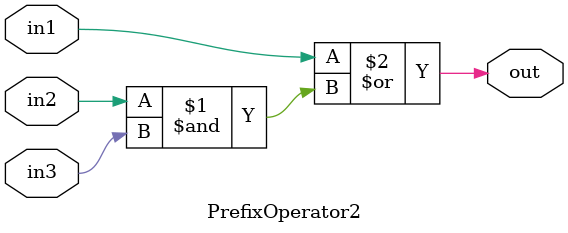
<source format=v>
module PrefixOperator2(out,in1,in2,in3);

input in1,in2,in3;
output out;

assign out = in1 | (in2 & in3);

endmodule

</source>
